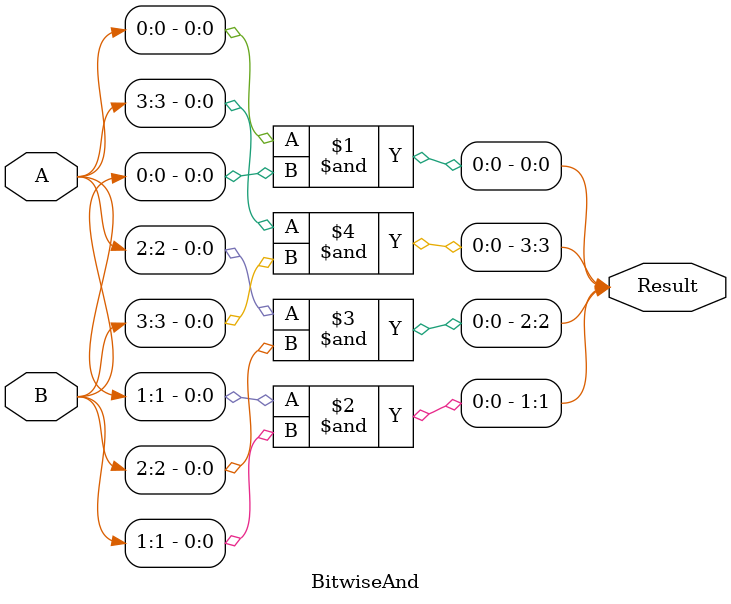
<source format=v>
module BitwiseAnd(input[3:0]A,B,output [3:0]Result);
//i created bitwise and by calling it 4 times using structural
// to operate the anding logic for each digit in A with each digit in B 
and(Result[0],A[0],B[0]);
and(Result[1],A[1],B[1]);
and(Result[2],A[2],B[2]);
and(Result[3],A[3],B[3]);
endmodule
</source>
